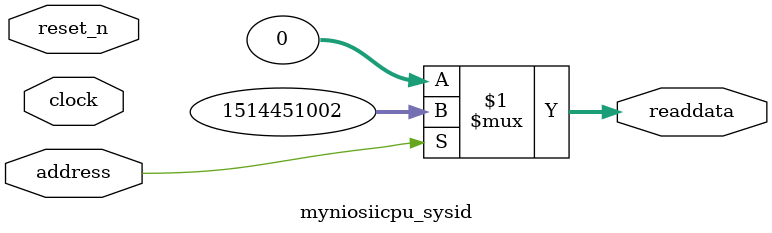
<source format=v>

`timescale 1ns / 1ps
// synthesis translate_on

// turn off superfluous verilog processor warnings 
// altera message_level Level1 
// altera message_off 10034 10035 10036 10037 10230 10240 10030 

module myniosiicpu_sysid (
               // inputs:
                address,
                clock,
                reset_n,

               // outputs:
                readdata
             )
;

  output  [ 31: 0] readdata;
  input            address;
  input            clock;
  input            reset_n;

  wire    [ 31: 0] readdata;
  //control_slave, which is an e_avalon_slave
  assign readdata = address ? 1514451002 : 0;

endmodule




</source>
